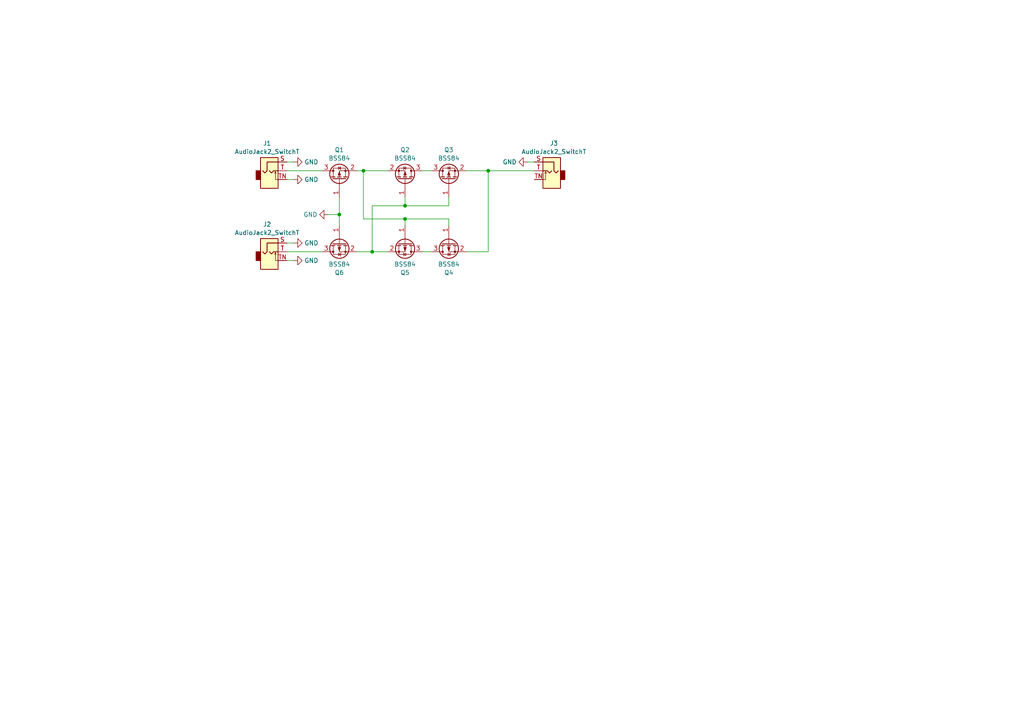
<source format=kicad_sch>
(kicad_sch (version 20231120) (generator "eeschema") (generator_version "8.0")
  (paper "A4")
  (lib_symbols
    (symbol "Connector_Audio:AudioJack2_SwitchT"
      (property "Reference" "J" (at 0 8.89 0))
      (property "Value" "AudioJack2_SwitchT" (at 0 6.35 0))
      (symbol "AudioJack2_SwitchT_0_1"
        (rectangle (start -2.54 0) (end -3.81 -2.54) (stroke (width 0.254)) (fill (type outline)))
        (polyline (pts (xy 1.778 -0.254) (xy 2.032 -0.762)))
        (polyline (pts (xy 0 0) (xy 0.635 -0.635) (xy 1.27 0) (xy 2.54 0)) (stroke (width 0.254)))
        (polyline (pts (xy 2.54 -2.54) (xy 1.778 -2.54) (xy 1.778 -0.254) (xy 1.524 -0.762)))
        (polyline (pts (xy 2.54 2.54) (xy -0.635 2.54) (xy -0.635 0) (xy -1.27 -0.635) (xy -1.905 0)) (stroke (width 0.254)))
        (rectangle (start 2.54 3.81) (end -2.54 -5.08) (stroke (width 0.254)) (fill (type background)))
      )
      (symbol "AudioJack2_SwitchT_1_1"
        (pin passive line (at 5.08 2.54 180) (length 2.54) (name "~") (number "S"))
        (pin passive line (at 5.08 0 180) (length 2.54) (name "~") (number "T"))
        (pin passive line (at 5.08 -2.54 180) (length 2.54) (name "~") (number "TN"))
      )
    )
    (symbol "Transistor_FET:BSS84" (pin_names hide)
      (property "Reference" "Q" (at 5.08 1.905 0))
      (property "Value" "BSS84" (at 5.08 0 0))
      (symbol "BSS84_0_1"
        (polyline (pts (xy 0.254 0) (xy -2.54 0)))
        (polyline (pts (xy 0.254 1.905) (xy 0.254 -1.905)) (stroke (width 0.254)))
        (polyline (pts (xy 0.762 -1.27) (xy 0.762 -2.286)) (stroke (width 0.254)))
        (polyline (pts (xy 0.762 0.508) (xy 0.762 -0.508)) (stroke (width 0.254)))
        (polyline (pts (xy 0.762 2.286) (xy 0.762 1.27)) (stroke (width 0.254)))
        (polyline (pts (xy 2.54 2.54) (xy 2.54 1.778)))
        (polyline (pts (xy 2.54 -2.54) (xy 2.54 0) (xy 0.762 0)))
        (polyline (pts (xy 0.762 1.778) (xy 3.302 1.778) (xy 3.302 -1.778) (xy 0.762 -1.778)))
        (polyline (pts (xy 2.286 0) (xy 1.27 0.381) (xy 1.27 -0.381) (xy 2.286 0)) (fill (type outline)))
        (polyline (pts (xy 2.794 -0.508) (xy 2.921 -0.381) (xy 3.683 -0.381) (xy 3.81 -0.254)))
        (polyline (pts (xy 3.302 -0.381) (xy 2.921 0.254) (xy 3.683 0.254) (xy 3.302 -0.381)))
        (circle (center 1.651 0) (radius 2.794) (stroke (width 0.254)))
        (circle (center 2.54 -1.778) (radius 0.254) (fill (type outline)))
        (circle (center 2.54 1.778) (radius 0.254) (fill (type outline)))
      )
      (symbol "BSS84_1_1"
        (pin input line (at -5.08 0 0) (length 2.54) (name "G") (number "1"))
        (pin passive line (at 2.54 -5.08 90) (length 2.54) (name "S") (number "2"))
        (pin passive line (at 2.54 5.08 270) (length 2.54) (name "D") (number "3"))
      )
    )
    (symbol "power:GND" (power) (pin_names (offset 0))
      (property "Value" "GND" (at 0 -3.81 0))
      (symbol "GND_0_1"
        (polyline (pts (xy 0 0) (xy 0 -1.27) (xy 1.27 -1.27) (xy 0 -2.54) (xy -1.27 -1.27) (xy 0 -1.27)))
      )
      (symbol "GND_1_1"
        (pin power_in line (at 0 0 270) (length 0) hide (name "GND") (number "1"))
      )
    )
  )
  (junction (at 105.41 49.53))
  (junction (at 141.605 49.53))
  (junction (at 98.425 62.23))
  (junction (at 117.475 59.69))
  (junction (at 107.95 73.025))
  (junction (at 117.475 63.5))
  (wire (pts (xy 103.505 73.025) (xy 107.95 73.025)))
  (wire (pts (xy 83.185 73.025) (xy 93.345 73.025)))
  (wire (pts (xy 117.475 63.5) (xy 117.475 65.405)))
  (wire (pts (xy 83.185 52.07) (xy 85.09 52.07)))
  (wire (pts (xy 103.505 49.53) (xy 105.41 49.53)))
  (wire (pts (xy 135.255 49.53) (xy 141.605 49.53)))
  (wire (pts (xy 83.185 75.565) (xy 85.09 75.565)))
  (wire (pts (xy 130.175 59.69) (xy 117.475 59.69)))
  (wire (pts (xy 153.035 46.99) (xy 154.94 46.99)))
  (wire (pts (xy 135.255 73.025) (xy 141.605 73.025)))
  (wire (pts (xy 117.475 57.15) (xy 117.475 59.69)))
  (wire (pts (xy 122.555 49.53) (xy 125.095 49.53)))
  (wire (pts (xy 105.41 49.53) (xy 112.395 49.53)))
  (wire (pts (xy 105.41 49.53) (xy 105.41 63.5)))
  (wire (pts (xy 98.425 62.23) (xy 98.425 65.405)))
  (wire (pts (xy 141.605 49.53) (xy 154.94 49.53)))
  (wire (pts (xy 130.175 65.405) (xy 130.175 63.5)))
  (wire (pts (xy 130.175 57.15) (xy 130.175 59.69)))
  (wire (pts (xy 83.185 49.53) (xy 93.345 49.53)))
  (wire (pts (xy 117.475 59.69) (xy 107.95 59.69)))
  (wire (pts (xy 95.25 62.23) (xy 98.425 62.23)))
  (wire (pts (xy 141.605 49.53) (xy 141.605 73.025)))
  (wire (pts (xy 130.175 63.5) (xy 117.475 63.5)))
  (wire (pts (xy 98.425 57.15) (xy 98.425 62.23)))
  (wire (pts (xy 83.185 70.485) (xy 85.09 70.485)))
  (wire (pts (xy 117.475 63.5) (xy 105.41 63.5)))
  (wire (pts (xy 107.95 59.69) (xy 107.95 73.025)))
  (wire (pts (xy 107.95 73.025) (xy 112.395 73.025)))
  (wire (pts (xy 122.555 73.025) (xy 125.095 73.025)))
  (wire (pts (xy 83.185 46.99) (xy 85.09 46.99)))
  (symbol (lib_id "Transistor_FET:BSS84") (at 98.425 70.485 90) (mirror x) (unit 1)
    (property "Reference" "Q6" (at 98.425 79.0743 90))
    (property "Value" "BSS84" (at 98.425 76.6501 90))
    (property "Footprint" "Package_TO_SOT_SMD:SOT-23" (effects (hide yes)))
    (property "Datasheet" "http://assets.nexperia.com/documents/data-sheet/BSS84.pdf" (effects (hide yes)))
  )
  (symbol (lib_id "Connector_Audio:AudioJack2_SwitchT") (at 160.02 49.53 0) (mirror y) (unit 1)
    (property "Reference" "J3" (at 160.655 41.5757 0))
    (property "Value" "AudioJack2_SwitchT" (at 160.655 43.9999 0))
    (property "Footprint" "Custom_FP:PJ398SM" (effects (hide yes)))
  )
  (symbol (lib_id "Transistor_FET:BSS84") (at 130.175 52.07 90) (unit 1)
    (property "Reference" "Q3" (at 130.175 43.4807 90))
    (property "Value" "BSS84" (at 130.175 45.9049 90))
    (property "Footprint" "Package_TO_SOT_SMD:SOT-23" (effects (hide yes)))
    (property "Datasheet" "http://assets.nexperia.com/documents/data-sheet/BSS84.pdf" (effects (hide yes)))
  )
  (symbol (lib_id "Transistor_FET:BSS84") (at 98.425 52.07 90) (unit 1)
    (property "Reference" "Q1" (at 98.425 43.4807 90))
    (property "Value" "BSS84" (at 98.425 45.9049 90))
    (property "Footprint" "Package_TO_SOT_SMD:SOT-23" (effects (hide yes)))
    (property "Datasheet" "http://assets.nexperia.com/documents/data-sheet/BSS84.pdf" (effects (hide yes)))
  )
  (symbol (lib_id "Transistor_FET:BSS84") (at 130.175 70.485 90) (mirror x) (unit 1)
    (property "Reference" "Q4" (at 130.175 79.0743 90))
    (property "Value" "BSS84" (at 130.175 76.6501 90))
    (property "Footprint" "Package_TO_SOT_SMD:SOT-23" (effects (hide yes)))
    (property "Datasheet" "http://assets.nexperia.com/documents/data-sheet/BSS84.pdf" (effects (hide yes)))
  )
  (symbol (lib_id "power:GND") (at 153.035 46.99 270) (unit 1)
    (property "Reference" "#PWR01" (effects (hide yes)))
    (property "Value" "GND" (at 149.8601 46.99 90) (effects (justify right)))
  )
  (symbol (lib_id "power:GND") (at 95.25 62.23 270) (unit 1)
    (property "Reference" "#PWR02" (effects (hide yes)))
    (property "Value" "GND" (at 92.075 62.23 90) (effects (justify right)))
  )
  (symbol (lib_id "Transistor_FET:BSS84") (at 117.475 52.07 270) (mirror x) (unit 1)
    (property "Reference" "Q2" (at 117.475 43.4807 90))
    (property "Value" "BSS84" (at 117.475 45.9049 90))
    (property "Footprint" "Package_TO_SOT_SMD:SOT-23" (effects (hide yes)))
    (property "Datasheet" "http://assets.nexperia.com/documents/data-sheet/BSS84.pdf" (effects (hide yes)))
  )
  (symbol (lib_id "Connector_Audio:AudioJack2_SwitchT") (at 78.105 73.025 0) (unit 1)
    (property "Reference" "J2" (at 77.47 65.0707 0))
    (property "Value" "AudioJack2_SwitchT" (at 77.47 67.4949 0))
    (property "Footprint" "Custom_FP:PJ398SM" (effects (hide yes)))
  )
  (symbol (lib_id "Connector_Audio:AudioJack2_SwitchT") (at 78.105 49.53 0) (unit 1)
    (property "Reference" "J1" (at 77.47 41.5757 0))
    (property "Value" "AudioJack2_SwitchT" (at 77.47 43.9999 0))
    (property "Footprint" "Custom_FP:PJ398SM" (effects (hide yes)))
  )
  (symbol (lib_id "power:GND") (at 85.09 70.485 90) (unit 1)
    (property "Reference" "#PWR05" (effects (hide yes)))
    (property "Value" "GND" (at 88.265 70.485 90) (effects (justify right)))
  )
  (symbol (lib_id "power:GND") (at 85.09 75.565 90) (unit 1)
    (property "Reference" "#PWR06" (effects (hide yes)))
    (property "Value" "GND" (at 88.265 75.565 90) (effects (justify right)))
  )
  (symbol (lib_id "power:GND") (at 85.09 52.07 90) (unit 1)
    (property "Reference" "#PWR03" (effects (hide yes)))
    (property "Value" "GND" (at 88.265 52.07 90) (effects (justify right)))
  )
  (symbol (lib_id "power:GND") (at 85.09 46.99 90) (unit 1)
    (property "Reference" "#PWR04" (effects (hide yes)))
    (property "Value" "GND" (at 88.265 46.99 90) (effects (justify right)))
  )
  (symbol (lib_id "Transistor_FET:BSS84") (at 117.475 70.485 270) (unit 1)
    (property "Reference" "Q5" (at 117.475 79.0743 90))
    (property "Value" "BSS84" (at 117.475 76.6501 90))
    (property "Footprint" "Package_TO_SOT_SMD:SOT-23" (effects (hide yes)))
    (property "Datasheet" "http://assets.nexperia.com/documents/data-sheet/BSS84.pdf" (effects (hide yes)))
  )
)
</source>
